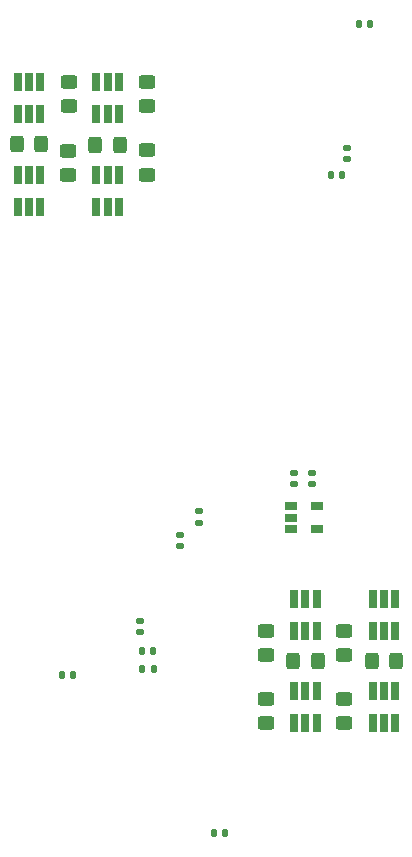
<source format=gbr>
%TF.GenerationSoftware,KiCad,Pcbnew,(6.0.2)*%
%TF.CreationDate,2022-04-15T22:59:47-04:00*%
%TF.ProjectId,Nova,4e6f7661-2e6b-4696-9361-645f70636258,rev?*%
%TF.SameCoordinates,Original*%
%TF.FileFunction,Paste,Bot*%
%TF.FilePolarity,Positive*%
%FSLAX46Y46*%
G04 Gerber Fmt 4.6, Leading zero omitted, Abs format (unit mm)*
G04 Created by KiCad (PCBNEW (6.0.2)) date 2022-04-15 22:59:47*
%MOMM*%
%LPD*%
G01*
G04 APERTURE LIST*
G04 Aperture macros list*
%AMRoundRect*
0 Rectangle with rounded corners*
0 $1 Rounding radius*
0 $2 $3 $4 $5 $6 $7 $8 $9 X,Y pos of 4 corners*
0 Add a 4 corners polygon primitive as box body*
4,1,4,$2,$3,$4,$5,$6,$7,$8,$9,$2,$3,0*
0 Add four circle primitives for the rounded corners*
1,1,$1+$1,$2,$3*
1,1,$1+$1,$4,$5*
1,1,$1+$1,$6,$7*
1,1,$1+$1,$8,$9*
0 Add four rect primitives between the rounded corners*
20,1,$1+$1,$2,$3,$4,$5,0*
20,1,$1+$1,$4,$5,$6,$7,0*
20,1,$1+$1,$6,$7,$8,$9,0*
20,1,$1+$1,$8,$9,$2,$3,0*%
G04 Aperture macros list end*
%ADD10RoundRect,0.147500X-0.172500X0.147500X-0.172500X-0.147500X0.172500X-0.147500X0.172500X0.147500X0*%
%ADD11RoundRect,0.147500X0.172500X-0.147500X0.172500X0.147500X-0.172500X0.147500X-0.172500X-0.147500X0*%
%ADD12RoundRect,0.147500X-0.147500X-0.172500X0.147500X-0.172500X0.147500X0.172500X-0.147500X0.172500X0*%
%ADD13RoundRect,0.147500X0.147500X0.172500X-0.147500X0.172500X-0.147500X-0.172500X0.147500X-0.172500X0*%
%ADD14R,0.650000X1.560000*%
%ADD15RoundRect,0.250000X-0.450000X0.325000X-0.450000X-0.325000X0.450000X-0.325000X0.450000X0.325000X0*%
%ADD16RoundRect,0.250000X0.450000X-0.325000X0.450000X0.325000X-0.450000X0.325000X-0.450000X-0.325000X0*%
%ADD17RoundRect,0.250000X0.325000X0.450000X-0.325000X0.450000X-0.325000X-0.450000X0.325000X-0.450000X0*%
%ADD18RoundRect,0.250000X-0.325000X-0.450000X0.325000X-0.450000X0.325000X0.450000X-0.325000X0.450000X0*%
%ADD19R,1.060000X0.650000*%
G04 APERTURE END LIST*
D10*
%TO.C,C1*%
X157640000Y-104795000D03*
X157640000Y-105765000D03*
%TD*%
D11*
%TO.C,C2*%
X159300000Y-103785000D03*
X159300000Y-102815000D03*
%TD*%
D12*
%TO.C,C4*%
X154465000Y-116200000D03*
X155435000Y-116200000D03*
%TD*%
%TO.C,C25*%
X172795000Y-61535000D03*
X173765000Y-61535000D03*
%TD*%
D13*
%TO.C,C26*%
X171410000Y-74350000D03*
X170440000Y-74350000D03*
%TD*%
D12*
%TO.C,C28*%
X154440000Y-114650000D03*
X155410000Y-114650000D03*
%TD*%
D14*
%TO.C,Q1*%
X143900000Y-66500000D03*
X144850000Y-66500000D03*
X145800000Y-66500000D03*
X145800000Y-69200000D03*
X144850000Y-69200000D03*
X143900000Y-69200000D03*
%TD*%
%TO.C,Q2*%
X143900000Y-74350000D03*
X144850000Y-74350000D03*
X145800000Y-74350000D03*
X145800000Y-77050000D03*
X144850000Y-77050000D03*
X143900000Y-77050000D03*
%TD*%
%TO.C,Q3*%
X150575000Y-66500000D03*
X151525000Y-66500000D03*
X152475000Y-66500000D03*
X152475000Y-69200000D03*
X151525000Y-69200000D03*
X150575000Y-69200000D03*
%TD*%
%TO.C,Q4*%
X150575000Y-74325000D03*
X151525000Y-74325000D03*
X152475000Y-74325000D03*
X152475000Y-77025000D03*
X151525000Y-77025000D03*
X150575000Y-77025000D03*
%TD*%
%TO.C,Q5*%
X175875000Y-120750000D03*
X174925000Y-120750000D03*
X173975000Y-120750000D03*
X173975000Y-118050000D03*
X174925000Y-118050000D03*
X175875000Y-118050000D03*
%TD*%
%TO.C,Q6*%
X175875000Y-112975000D03*
X174925000Y-112975000D03*
X173975000Y-112975000D03*
X173975000Y-110275000D03*
X174925000Y-110275000D03*
X175875000Y-110275000D03*
%TD*%
%TO.C,Q7*%
X169225000Y-120750000D03*
X168275000Y-120750000D03*
X167325000Y-120750000D03*
X167325000Y-118050000D03*
X168275000Y-118050000D03*
X169225000Y-118050000D03*
%TD*%
%TO.C,Q8*%
X169225000Y-112950000D03*
X168275000Y-112950000D03*
X167325000Y-112950000D03*
X167325000Y-110250000D03*
X168275000Y-110250000D03*
X169225000Y-110250000D03*
%TD*%
D12*
%TO.C,R5*%
X160515000Y-130050000D03*
X161485000Y-130050000D03*
%TD*%
D15*
%TO.C,R8*%
X148225000Y-66500000D03*
X148225000Y-68550000D03*
%TD*%
D16*
%TO.C,R9*%
X148200000Y-74350000D03*
X148200000Y-72300000D03*
%TD*%
D17*
%TO.C,R10*%
X145875000Y-71750000D03*
X143825000Y-71750000D03*
%TD*%
D15*
%TO.C,R11*%
X154875000Y-66500000D03*
X154875000Y-68550000D03*
%TD*%
D16*
%TO.C,R12*%
X154875000Y-74325000D03*
X154875000Y-72275000D03*
%TD*%
D17*
%TO.C,R13*%
X152550000Y-71775000D03*
X150500000Y-71775000D03*
%TD*%
D16*
%TO.C,R14*%
X171575000Y-120750000D03*
X171575000Y-118700000D03*
%TD*%
D15*
%TO.C,R15*%
X171575000Y-112975000D03*
X171575000Y-115025000D03*
%TD*%
D18*
%TO.C,R16*%
X173900000Y-115525000D03*
X175950000Y-115525000D03*
%TD*%
D16*
%TO.C,R17*%
X164925000Y-120750000D03*
X164925000Y-118700000D03*
%TD*%
D15*
%TO.C,R18*%
X164925000Y-112950000D03*
X164925000Y-115000000D03*
%TD*%
D10*
%TO.C,R19*%
X167325000Y-99590000D03*
X167325000Y-100560000D03*
%TD*%
D11*
%TO.C,R20*%
X168825000Y-100560000D03*
X168825000Y-99590000D03*
%TD*%
D10*
%TO.C,R21*%
X154300000Y-112115000D03*
X154300000Y-113085000D03*
%TD*%
D13*
%TO.C,R22*%
X148635000Y-116700000D03*
X147665000Y-116700000D03*
%TD*%
D18*
%TO.C,R23*%
X167250000Y-115500000D03*
X169300000Y-115500000D03*
%TD*%
D10*
%TO.C,R37*%
X171796800Y-72069800D03*
X171796800Y-73039800D03*
%TD*%
D19*
%TO.C,U5*%
X167020000Y-104315000D03*
X167020000Y-103365000D03*
X167020000Y-102415000D03*
X169220000Y-102415000D03*
X169220000Y-104315000D03*
%TD*%
M02*

</source>
